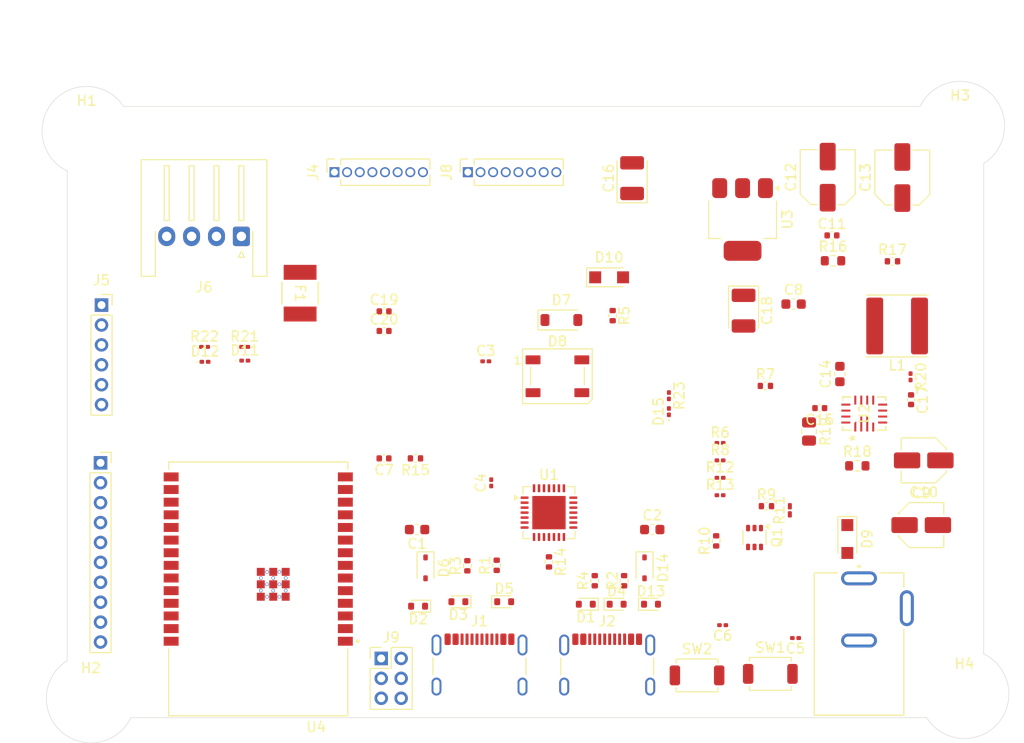
<source format=kicad_pcb>
(kicad_pcb (version 20241229) (generator "pcbnew") (generator_version "9.0")
  (layers (0 "F.Cu" signal) (2 "B.Cu" signal) (13 "F.Paste" user) (15 "B.Paste" user) (5 "F.SilkS" user "F.Silkscreen") (7 "B.SilkS" user "B.Silkscreen") (1 "F.Mask" user) (3 "B.Mask" user) (25 "Edge.Cuts" user))
  (net 0 "")
  (net 1 "GND")
  (net 2 "+5V")
  (net 3 "+3.3V")
  (net 4 "/GPIO9")
  (net 5 "/EN")
  (net 6 "/Barrel Jack/<NO NET>")
  (net 7 "/Barrel Jack/BST")
  (net 8 "/Barrel Jack/VIN")
  (net 9 "Net-(C10-Pad1)")
  (net 10 "/Barrel Jack/VOUT")
  (net 11 "Net-(U2-VCC)")
  (net 12 "Net-(U2-SS)")
  (net 13 "/Barrel Jack/BIAS")
  (net 14 "/IO13_DB_P")
  (net 15 "VBUS_A")
  (net 16 "/DA_P")
  (net 17 "/IO12_DB_N")
  (net 18 "/DA_N")
  (net 19 "/GPIO8")
  (net 20 "Net-(D7-A)")
  (net 21 "Net-(D8-DIN)")
  (net 23 "V_IN")
  (net 24 "VBUS")
  (net 25 "Net-(D11-K)")
  (net 26 "Net-(D12-K)")
  (net 27 "Net-(J6-Pin_2)")
  (net 28 "Net-(J1-CC2)")
  (net 29 "Net-(J1-CC1)")
  (net 30 "VBUS_B")
  (net 31 "Net-(J2-CC1)")
  (net 32 "Net-(J2-CC2)")
  (net 33 "/esp32-c6 Pinout/EN")
  (net 34 "VIN")
  (net 35 "/esp32-c6 Pinout/IO2")
  (net 36 "/esp32-c6 Pinout/IO1")
  (net 37 "/esp32-c6 Pinout/IO8")
  (net 38 "/esp32-c6 Pinout/IO9_BOOT")
  (net 39 "/esp32-c6 Pinout/IO0")
  (net 40 "/esp32-c6 Pinout/IO3")
  (net 41 "/esp32-c6 Pinout/IO7_SCL")
  (net 42 "/esp32-c6 Pinout/IO6_SDA")
  (net 43 "/esp32-c6 Pinout/IO22")
  (net 44 "/esp32-c6 Pinout/IO11")
  (net 45 "/esp32-c6 Pinout/IO21")
  (net 46 "/esp32-c6 Pinout/IO18")
  (net 47 "/esp32-c6 Pinout/IO20")
  (net 48 "/esp32-c6 Pinout/IO10")
  (net 49 "/esp32-c6 Pinout/IO19")
  (net 50 "/esp32-c6 Pinout/IO15")
  (net 51 "/esp32-c6 Pinout/UART_RX")
  (net 52 "/esp32-c6 Pinout/IO4_TMS")
  (net 53 "/esp32-c6 Pinout/IO13_DB_P")
  (net 54 "/esp32-c6 Pinout/IO12_DB_N")
  (net 55 "/esp32-c6 Pinout/IO5_TDI")
  (net 56 "/esp32-c6 Pinout/UART_TX")
  (net 57 "/esp32-c6 Pinout/IO6_TCK")
  (net 58 "/esp32-c6 Pinout/IO7_TD0")
  (net 59 "Net-(Q1A-B1)")
  (net 60 "Net-(Q1B-B2)")
  (net 61 "Net-(Q1A-C1)")
  (net 62 "/RTS")
  (net 63 "Net-(Q1A-E1)")
  (net 64 "Net-(Q1B-C2)")
  (net 65 "Net-(U1-~{RST})")
  (net 66 "/DTR")
  (net 67 "/CHIP_PU")
  (net 68 "Net-(U1-~{SUSPEND})")
  (net 69 "/Barrel Jack/EN")
  (net 70 "/Barrel Jack/FREQ")
  (net 74 "/D+_A")
  (net 85 "/D-_A")
  (net 86 "/UART_RX")
  (net 88 "/UART_TX")
  (net 93 "/esp32-c6 Pinout/IO23")
  (net 95 "Net-(D15-A)")
  (footprint "Capacitor_SMD:C_0402_1005Metric" (layer "F.Cu") (at 246.975 150.705 -90)
    (property "Reference" "C17" (at 0 -1.16 90) (layer "F.SilkS"))
    (property "Value" "1u")
    (pad "1" smd roundrect (at -0.48 0 270) (size 0.56 0.62) (layers "F.Cu" "F.Mask" "F.Paste") (net 13 "/Barrel Jack/BIAS"))
    (pad "2" smd roundrect (at 0.48 0 270) (size 0.56 0.62) (layers "F.Cu" "F.Mask" "F.Paste") (net 1 "GND"))
  )
  (footprint "Resistor_SMD:R_0201_0603Metric" (layer "F.Cu") (at 227.7875 155.05)
    (property "Reference" "R6" (at 0 -1.05 0) (layer "F.SilkS"))
    (property "Value" "0")
    (pad "1" smd roundrect (at -0.32 0) (size 0.46 0.4) (layers "F.Cu" "F.Mask") (net 21 "Net-(D8-DIN)"))
    (pad "2" smd roundrect (at 0.32 0) (size 0.46 0.4) (layers "F.Cu" "F.Mask") (net 20 "Net-(D7-A)"))
  )
  (footprint "Button_Switch_SMD:SW_SPST_TS-1088-xR020" (layer "F.Cu") (at 225.475 178.4)
    (property "Reference" "SW2" (at 0 -2.65 0) (layer "F.SilkS"))
    (property "Value" "SW_Push")
    (pad "1" smd roundrect (at -2.225 0) (size 1.05 2) (layers "F.Cu" "F.Mask" "F.Paste") (roundrect_rratio 0.2380952381) (net 1 "GND"))
    (pad "2" smd roundrect (at 2.225 0) (size 1.05 2) (layers "F.Cu" "F.Mask" "F.Paste") (roundrect_rratio 0.2380952381) (net 5 "/EN"))
  )
  (footprint "Resistor_SMD:R_0402_1005Metric" (layer "F.Cu") (at 197.19 156.6 180)
    (property "Reference" "R15" (at 0 -1.17 0) (layer "F.SilkS"))
    (property "Value" "10k")
    (pad "1" smd roundrect (at -0.51 0 180) (size 0.54 0.64) (layers "F.Cu" "F.Mask" "F.Paste") (net 3 "+3.3V"))
    (pad "2" smd roundrect (at 0.51 0 180) (size 0.54 0.64) (layers "F.Cu" "F.Mask" "F.Paste") (net 5 "/EN"))
  )
  (footprint "Resistor_SMD:R_0402_1005Metric" (layer "F.Cu") (at 202.4 167.39 90)
    (property "Reference" "R3" (at 0 -1.17 90) (layer "F.SilkS"))
    (property "Value" "5.1k")
    (pad "1" smd roundrect (at -0.51 0 90) (size 0.54 0.64) (layers "F.Cu" "F.Mask" "F.Paste") (net 29 "Net-(J1-CC1)"))
    (pad "2" smd roundrect (at 0.51 0 90) (size 0.54 0.64) (layers "F.Cu" "F.Mask" "F.Paste") (net 1 "GND"))
  )
  (footprint "Resistor_SMD:R_0201_0603Metric" (layer "F.Cu") (at 246.925 148.405 -90)
    (property "Reference" "R20" (at 0 -1.05 270) (layer "F.SilkS"))
    (property "Value" "10")
    (pad "1" smd roundrect (at -0.32 0 270) (size 0.46 0.4) (layers "F.Cu" "F.Mask") (net 2 "+5V"))
    (pad "2" smd roundrect (at 0.32 0 270) (size 0.46 0.4) (layers "F.Cu" "F.Mask") (net 13 "/Barrel Jack/BIAS"))
  )
  (footprint "Connector_USB:USB_C_Receptacle_GCT_USB4105-xx-A_16P_TopMnt_Horizontal" (layer "F.Cu") (at 216.45 178.45)
    (property "Reference" "J2" (at 0 -5.5 0) (layer "F.SilkS"))
    (property "Value" "USB_C_Receptacle_USB2.0_14P")
    (pad "" np_thru_hole circle (at -2.89 -2.605) (size 0.65 0.65) (drill 0.65) (layers "*.Cu" "*.Mask"))
    (pad "" np_thru_hole circle (at 2.89 -2.605) (size 0.65 0.65) (drill 0.65) (layers "*.Cu" "*.Mask"))
    (pad "A1" smd roundrect (at -3.2 -3.68) (size 0.6 1.15) (layers "F.Cu" "F.Mask" "F.Paste") (net 1 "GND"))
    (pad "A4" smd roundrect (at -2.4 -3.68) (size 0.6 1.15) (layers "F.Cu" "F.Mask" "F.Paste") (net 30 "VBUS_B"))
    (pad "A5" smd roundrect (at -1.25 -3.68) (size 0.3 1.15) (layers "F.Cu" "F.Mask" "F.Paste") (net 31 "Net-(J2-CC1)"))
    (pad "A6" smd roundrect (at -0.25 -3.68) (size 0.3 1.15) (layers "F.Cu" "F.Mask" "F.Paste") (net 14 "/IO13_DB_P"))
    (pad "A7" smd roundrect (at 0.25 -3.68) (size 0.3 1.15) (layers "F.Cu" "F.Mask" "F.Paste") (net 17 "/IO12_DB_N"))
    (pad "A8" smd roundrect (at 1.25 -3.68) (size 0.3 1.15) (layers "F.Cu" "F.Mask" "F.Paste"))
    (pad "A9" smd roundrect (at 2.4 -3.68) (size 0.6 1.15) (layers "F.Cu" "F.Mask" "F.Paste") (net 30 "VBUS_B"))
    (pad "A12" smd roundrect (at 3.2 -3.68) (size 0.6 1.15) (layers "F.Cu" "F.Mask" "F.Paste") (net 1 "GND"))
    (pad "B1" smd roundrect (at 3.2 -3.68) (size 0.6 1.15) (layers "F.Cu" "F.Mask" "F.Paste") (net 1 "GND"))
    (pad "B4" smd roundrect (at 2.4 -3.68) (size 0.6 1.15) (layers "F.Cu" "F.Mask" "F.Paste") (net 30 "VBUS_B"))
    (pad "B5" smd roundrect (at 1.75 -3.68) (size 0.3 1.15) (layers "F.Cu" "F.Mask" "F.Paste") (net 32 "Net-(J2-CC2)"))
    (pad "B6" smd roundrect (at 0.75 -3.68) (size 0.3 1.15) (layers "F.Cu" "F.Mask" "F.Paste") (net 14 "/IO13_DB_P"))
    (pad "B7" smd roundrect (at -0.75 -3.68) (size 0.3 1.15) (layers "F.Cu" "F.Mask" "F.Paste") (net 17 "/IO12_DB_N"))
    (pad "B8" smd roundrect (at -1.75 -3.68) (size 0.3 1.15) (layers "F.Cu" "F.Mask" "F.Paste"))
    (pad "B9" smd roundrect (at -2.4 -3.68) (size 0.6 1.15) (layers "F.Cu" "F.Mask" "F.Paste") (net 30 "VBUS_B"))
    (pad "B12" smd roundrect (at -3.2 -3.68) (size 0.6 1.15) (layers "F.Cu" "F.Mask" "F.Paste") (net 1 "GND"))
    (pad "S1" thru_hole oval (at -4.32 -3.105) (size 1 2.1) (drill oval 0.6 1.7) (property pad_prop_heatsink) (layers "*.Cu" "*.Mask" "F.Paste") (net 1 "GND"))
    (pad "S1" thru_hole oval (at -4.32 1.075) (size 1 1.8) (drill oval 0.6 1.4) (property pad_prop_heatsink) (layers "*.Cu" "*.Mask" "F.Paste") (net 1 "GND"))
    (pad "S1" thru_hole oval (at 4.32 -3.105) (size 1 2.1) (drill oval 0.6 1.7) (property pad_prop_heatsink) (layers "*.Cu" "*.Mask" "F.Paste") (net 1 "GND"))
    (pad "S1" thru_hole oval (at 4.32 1.075) (size 1 1.8) (drill oval 0.6 1.4) (property pad_prop_heatsink) (layers "*.Cu" "*.Mask" "F.Paste") (net 1 "GND"))
  )
  (footprint "Capacitor_SMD:C_Elec_4x5.4" (layer "F.Cu") (at 248.25 156.8 180)
    (property "Reference" "C10" (at 0 -3.2 0) (layer "F.SilkS"))
    (property "Value" "22u, 25V")
    (pad "1" smd roundrect (at -1.675 0 180) (size 2.65 1.6) (layers "F.Cu" "F.Mask" "F.Paste") (roundrect_rratio 0.15625) (net 9 "Net-(C10-Pad1)"))
    (pad "2" smd roundrect (at 1.675 0 180) (size 2.65 1.6) (layers "F.Cu" "F.Mask" "F.Paste") (roundrect_rratio 0.15625) (net 1 "GND"))
  )
  (footprint "uno-esp:TENSILITY_54-00166" (layer "F.Cu") (at 241.75 174.9)
    (property "Reference" "J3" (hide yes))
    (property "Value" "54-00166" (hide yes))
    (pad "A" thru_hole oval (at 0 -6.25) (size 3.6 1.4) (drill oval 3 0.8) (layers "*.Cu" "*.Mask") (net 23 "V_IN"))
    (pad "B" thru_hole oval (at 0 0) (size 3.6 1.4) (drill oval 3 0.8) (layers "*.Cu" "*.Mask") (net 1 "GND"))
    (pad "C" thru_hole oval (at 4.8 -3.25) (size 1.4 3.6) (drill oval 0.8 3) (layers "*.Cu" "*.Mask") (net 1 "GND"))
  )
  (footprint "Resistor_SMD:R_0201_0603Metric" (layer "F.Cu") (at 227.7875 156.8)
    (property "Reference" "R8" (at 0 -1.05 0) (layer "F.SilkS"))
    (property "Value" "0")
    (pad "1" smd roundrect (at -0.32 0) (size 0.46 0.4) (layers "F.Cu" "F.Mask") (net 4 "/GPIO9"))
    (pad "2" smd roundrect (at 0.32 0) (size 0.46 0.4) (layers "F.Cu" "F.Mask") (net 61 "Net-(Q1A-C1)"))
  )
  (footprint "Capacitor_SMD:C_0402_1005Metric" (layer "F.Cu") (at 237.805 151.55 180)
    (property "Reference" "C15" (at 0 -1.16 0) (layer "F.SilkS"))
    (property "Value" "4.7n")
    (pad "1" smd roundrect (at -0.48 0 180) (size 0.56 0.62) (layers "F.Cu" "F.Mask" "F.Paste") (net 12 "Net-(U2-SS)"))
    (pad "2" smd roundrect (at 0.48 0 180) (size 0.56 0.62) (layers "F.Cu" "F.Mask" "F.Paste") (net 1 "GND"))
  )
  (footprint "Resistor_SMD:R_0402_1005Metric" (layer "F.Cu") (at 217 142.26 -90)
    (property "Reference" "R5" (at 0 -1.17 90) (layer "F.SilkS"))
    (property "Value" "10k")
    (pad "1" smd roundrect (at -0.51 0 270) (size 0.54 0.64) (layers "F.Cu" "F.Mask" "F.Paste") (net 2 "+5V"))
    (pad "2" smd roundrect (at 0.51 0 270) (size 0.54 0.64) (layers "F.Cu" "F.Mask" "F.Paste") (net 20 "Net-(D7-A)"))
  )
  (footprint "Resistor_SMD:R_0201_0603Metric" (layer "F.Cu") (at 222.65 150.305 -90)
    (property "Reference" "R23" (at 0 -1.05 90) (layer "F.SilkS"))
    (property "Value" "5.1k")
    (pad "1" smd roundrect (at -0.32 0 270) (size 0.46 0.4) (layers "F.Cu" "F.Mask") (net 3 "+3.3V"))
    (pad "2" smd roundrect (at 0.32 0 270) (size 0.46 0.4) (layers "F.Cu" "F.Mask") (net 95 "Net-(D15-A)"))
  )
  (footprint "Resistor_SMD:R_0805_2012Metric" (layer "F.Cu") (at 236.725 153.9 -90)
    (property "Reference" "R19" (at 0 -1.65 90) (layer "F.SilkS"))
    (property "Value" "169k")
    (pad "1" smd roundrect (at -0.9125 0 270) (size 1.025 1.4) (layers "F.Cu" "F.Mask" "F.Paste") (roundrect_rratio 0.243902) (net 70 "/Barrel Jack/FREQ"))
    (pad "2" smd roundrect (at 0.9125 0 270) (size 1.025 1.4) (layers "F.Cu" "F.Mask" "F.Paste") (roundrect_rratio 0.243902) (net 1 "GND"))
  )
  (footprint "Diode_SMD:Nexperia_CFP3_SOD-123W" (layer "F.Cu") (at 216.6425 138.41)
    (property "Reference" "D10" (at 0 -2 0) (layer "F.SilkS"))
    (property "Value" "PMEG6020AELR")
    (pad "1" smd rect (at -1.4 0) (size 1.2 1.2) (layers "F.Cu" "F.Mask" "F.Paste") (net 2 "+5V"))
    (pad "2" smd rect (at 1.4 0) (size 1.2 1.2) (layers "F.Cu" "F.Mask" "F.Paste") (net 24 "VBUS"))
  )
  (footprint "Connector_PinHeader_2.00mm:PinHeader_2x03_P2.00mm_Vertical" (layer "F.Cu") (at 193.75 176.7)
    (property "Reference" "J9" (at 1 -2.11 0) (layer "F.SilkS"))
    (property "Value" "Conn_02x03_Counter_Clockwise")
    (pad "1" thru_hole rect (at 0 0) (size 1.35 1.35) (drill 0.8) (layers "*.Cu" "*.Mask") (net 52 "/esp32-c6 Pinout/IO4_TMS"))
    (pad "2" thru_hole circle (at 2 0) (size 1.35 1.35) (drill 0.8) (layers "*.Cu" "*.Mask") (net 55 "/esp32-c6 Pinout/IO5_TDI"))
    (pad "3" thru_hole circle (at 0 2) (size 1.35 1.35) (drill 0.8) (layers "*.Cu" "*.Mask") (net 58 "/esp32-c6 Pinout/IO7_TD0"))
    (pad "4" thru_hole circle (at 2 2) (size 1.35 1.35) (drill 0.8) (layers "*.Cu" "*.Mask") (net 57 "/esp32-c6 Pinout/IO6_TCK"))
    (pad "5" thru_hole circle (at 0 4) (size 1.35 1.35) (drill 0.8) (layers "*.Cu" "*.Mask") (net 38 "/esp32-c6 Pinout/IO9_BOOT"))
    (pad "6" thru_hole circle (at 2 4) (size 1.35 1.35) (drill 0.8) (layers "*.Cu" "*.Mask") (net 1 "GND"))
  )
  (footprint "Capacitor_SMD:C_0402_1005Metric" (layer "F.Cu") (at 239.03 134.2)
    (property "Reference" "C11" (at 0 -1.16 0) (layer "F.SilkS"))
    (property "Value" "10p")
    (pad "1" smd roundrect (at -0.48 0) (size 0.56 0.62) (layers "F.Cu" "F.Mask" "F.Paste") (net 2 "+5V"))
    (pad "2" smd roundrect (at 0.48 0) (size 0.56 0.62) (layers "F.Cu" "F.Mask" "F.Paste") (net 10 "/Barrel Jack/VOUT"))
  )
  (footprint "Capacitor_SMD:C_0603_1608Metric" (layer "F.Cu") (at 220.975 163.75)
    (property "Reference" "C2" (at 0 -1.43 0) (layer "F.SilkS"))
    (property "Value" "10u/25V")
    (pad "1" smd roundrect (at -0.775 0) (size 0.9 0.95) (layers "F.Cu" "F.Mask" "F.Paste") (net 2 "+5V"))
    (pad "2" smd roundrect (at 0.775 0) (size 0.9 0.95) (layers "F.Cu" "F.Mask" "F.Paste") (net 1 "GND"))
  )
  (footprint "Capacitor_SMD:C_0201_0603Metric" (layer "F.Cu") (at 204.8 159.055 90)
    (property "Reference" "C4" (at 0 -1.05 90) (layer "F.SilkS"))
    (property "Value" "0.1u")
    (pad "1" smd roundrect (at -0.32 0 90) (size 0.46 0.4) (layers "F.Cu" "F.Mask") (net 3 "+3.3V"))
    (pad "2" smd roundrect (at 0.32 0 90) (size 0.46 0.4) (layers "F.Cu" "F.Mask") (net 1 "GND"))
  )
  (footprint "Capacitor_SMD:C_Elec_5x5.8" (layer "F.Cu") (at 246.1 128.3875 90)
    (property "Reference" "C13" (at 0 -3.7 90) (layer "F.SilkS"))
    (property "Value" "22u")
    (pad "1" smd roundrect (at -2.0625 0 90) (size 2.775 1.6) (layers "F.Cu" "F.Mask" "F.Paste") (roundrect_rratio 0.15625) (net 2 "+5V"))
    (pad "2" smd roundrect (at 2.0625 0 90) (size 2.775 1.6) (layers "F.Cu" "F.Mask" "F.Paste") (roundrect_rratio 0.15625) (net 1 "GND"))
  )
  (footprint "Diode_SMD:D_SOD-523" (layer "F.Cu") (at 214.3 171.25 180)
    (property "Reference" "D1" (at 0 -1.3 0) (layer "F.SilkS"))
    (property "Value" "ESD5Zxx")
    (pad "1" smd roundrect (at -0.7 0) (size 0.6 0.7) (layers "F.Cu" "F.Mask" "F.Paste") (net 14 "/IO13_DB_P"))
    (pad "2" smd roundrect (at 0.7 0) (size 0.6 0.7) (layers "F.Cu" "F.Mask" "F.Paste") (net 1 "GND"))
  )
  (footprint "Diode_SMD:D_SOD-523" (layer "F.Cu") (at 206.1 171)
    (property "Reference" "D5" (at 0 -1.3 0) (layer "F.SilkS"))
    (property "Value" "ESD5Zxx")
    (pad "1" smd roundrect (at -0.7 0 180) (size 0.6 0.7) (layers "F.Cu" "F.Mask" "F.Paste") (net 18 "/DA_N"))
    (pad "2" smd roundrect (at 0.7 0 180) (size 0.6 0.7) (layers "F.Cu" "F.Mask" "F.Paste") (net 1 "GND"))
  )
  (footprint "LED_SMD:LED_0201_0603Metric" (layer "F.Cu") (at 222.65 151.905 90)
    (property "Reference" "D15" (at 0 -1.05 90) (layer "F.SilkS"))
    (property "Value" "LED")
    (pad "1" smd roundrect (at -0.32 0 90) (size 0.46 0.4) (layers "F.Cu" "F.Mask") (net 1 "GND"))
    (pad "2" smd roundrect (at 0.32 0 90) (size 0.46 0.4) (layers "F.Cu" "F.Mask") (net 95 "Net-(D15-A)"))
  )
  (footprint "Resistor_SMD:R_0402_1005Metric" (layer "F.Cu") (at 210.6 167 -90)
    (property "Reference" "R14" (at 0 -1.17 90) (layer "F.SilkS"))
    (property "Value" "10k")
    (pad "1" smd roundrect (at -0.51 0 270) (size 0.54 0.64) (layers "F.Cu" "F.Mask" "F.Paste") (net 68 "Net-(U1-~{SUSPEND})"))
    (pad "2" smd roundrect (at 0.51 0 270) (size 0.54 0.64) (layers "F.Cu" "F.Mask" "F.Paste") (net 1 "GND"))
  )
  (footprint "Capacitor_SMD:C_0201_0603Metric" (layer "F.Cu") (at 235.37 174.65 180)
    (property "Reference" "C5" (at 0 -1.05 0) (layer "F.SilkS"))
    (property "Value" "0.1u")
    (pad "1" smd roundrect (at -0.32 0 180) (size 0.46 0.4) (layers "F.Cu" "F.Mask") (net 1 "GND"))
    (pad "2" smd roundrect (at 0.32 0 180) (size 0.46 0.4) (layers "F.Cu" "F.Mask") (net 4 "/GPIO9"))
  )
  (footprint "Connector_PinSocket_2.00mm:PinSocket_1x06_P2.00mm_Vertical" (layer "F.Cu") (at 165.65 141.2)
    (property "Reference" "J5" (at 0 -2.5 0) (layer "F.SilkS"))
    (property "Value" "Conn_01x06_Socket")
    (pad "1" thru_hole rect (at 0 0) (size 1.35 1.35) (drill 0.8) (layers "*.Cu" "*.Mask") (net 39 "/esp32-c6 Pinout/IO0"))
    (pad "2" thru_hole circle (at 0 2) (size 1.35 1.35) (drill 0.8) (layers "*.Cu" "*.Mask") (net 36 "/esp32-c6 Pinout/IO1"))
    (pad "3" thru_hole circle (at 0 4) (size 1.35 1.35) (drill 0.8) (layers "*.Cu" "*.Mask") (net 35 "/esp32-c6 Pinout/IO2"))
    (pad "4" thru_hole circle (at 0 6) (size 1.35 1.35) (drill 0.8) (layers "*.Cu" "*.Mask") (net 40 "/esp32-c6 Pinout/IO3"))
    (pad "5" thru_hole circle (at 0 8) (size 1.35 1.35) (drill 0.8) (layers "*.Cu" "*.Mask") (net 37 "/esp32-c6 Pinout/IO8"))
    (pad "6" thru_hole circle (at 0 10) (size 1.35 1.35) (drill 0.8) (layers "*.Cu" "*.Mask") (net 38 "/esp32-c6 Pinout/IO9_BOOT"))
  )
  (footprint "Diode_SMD:D_SOD-523" (layer "F.Cu") (at 197.45 171.45 180)
    (property "Reference" "D2" (at 0 -1.3 0) (layer "F.SilkS"))
    (property "Value" "ESD5Zxx")
    (pad "1" smd roundrect (at -0.7 0) (size 0.6 0.7) (layers "F.Cu" "F.Mask" "F.Paste") (net 15 "VBUS_A"))
    (pad "2" smd roundrect (at 0.7 0) (size 0.6 0.7) (layers "F.Cu" "F.Mask" "F.Paste") (net 1 "GND"))
  )
  (footprint "MountingHole:MountingHole_2.1mm" (layer "F.Cu") (at 164.145632 123.70745)
    (property "Reference" "H1" (at 0 -3.05 0) (layer "F.SilkS"))
    (property "Value" "MountingHole")
    (pad "" np_thru_hole circle (at 0 0) (size 2.1 2.1) (drill 2.1) (layers "*.Cu" "*.Mask"))
  )
  (footprint "Connector_USB:USB_C_Receptacle_GCT_USB4105-xx-A_16P_TopMnt_Horizontal" (layer "F.Cu") (at 203.62 178.45)
    (property "Reference" "J1" (at 0 -5.5 0) (layer "F.SilkS"))
    (property "Value" "USB_C_Receptacle_USB2.0_14P")
    (pad "" np_thru_hole circle (at -2.89 -2.605) (size 0.65 0.65) (drill 0.65) (layers "*.Cu" "*.Mask"))
    (pad "" np_thru_hole circle (at 2.89 -2.605) (size 0.65 0.65) (drill 0.65) (layers "*.Cu" "*.Mask"))
    (pad "A1" smd roundrect (at -3.2 -3.68) (size 0.6 1.15) (layers "F.Cu" "F.Mask" "F.Paste") (net 1 "GND"))
    (pad "A4" smd roundrect (at -2.4 -3.68) (size 0.6 1.15) (layers "F.Cu" "F.Mask" "F.Paste") (net 15 "VBUS_A"))
    (pad "A5" smd roundrect (at -1.25 -3.68) (size 0.3 1.15) (layers "F.Cu" "F.Mask" "F.Paste") (net 29 "Net-(J1-CC1)"))
    (pad "A6" smd roundrect (at -0.25 -3.68) (size 0.3 1.15) (layers "F.Cu" "F.Mask" "F.Paste") (net 16 "/DA_P"))
    (pad "A7" smd roundrect (at 0.25 -3.68) (size 0.3 1.15) (layers "F.Cu" "F.Mask" "F.Paste") (net 18 "/DA_N"))
    (pad "A8" smd roundrect (at 1.25 -3.68) (size 0.3 1.15) (layers "F.Cu" "F.Mask" "F.Paste"))
    (pad "A9" smd roundrect (at 2.4 -3.68) (size 0.6 1.15) (layers "F.Cu" "F.Mask" "F.Paste") (net 15 "VBUS_A"))
    (pad "A12" smd roundrect (at 3.2 -3.68) (size 0.6 1.15) (layers "F.Cu" "F.Mask" "F.Paste") (net 1 "GND"))
    (pad "B1" smd roundrect (at 3.2 -3.68) (size 0.6 1.15) (layers "F.Cu" "F.Mask" "F.Paste") (net 1 "GND"))
    (pad "B4" smd roundrect (at 2.4 -3.68) (size 0.6 1.15) (layers "F.Cu" "F.Mask" "F.Paste") (net 15 "VBUS_A"))
    (pad "B5" smd roundrect (at 1.75 -3.68) (size 0.3 1.15) (layers "F.Cu" "F.Mask" "F.Paste") (net 28 "Net-(J1-CC2)"))
    (pad "B6" smd roundrect (at 0.75 -3.68) (size 0.3 1.15) (layers "F.Cu" "F.Mask" "F.Paste") (net 16 "/DA_P"))
    (pad "B7" smd roundrect (at -0.75 -3.68) (size 0.3 1.15) (layers "F.Cu" "F.Mask" "F.Paste") (net 18 "/DA_N"))
    (pad "B8" smd roundrect (at -1.75 -3.68) (size 0.3 1.15) (layers "F.Cu" "F.Mask" "F.Paste"))
    (pad "B9" smd roundrect (at -2.4 -3.68) (size 0.6 1.15) (layers "F.Cu" "F.Mask" "F.Paste") (net 15 "VBUS_A"))
    (pad "B12" smd roundrect (at -3.2 -3.68) (size 0.6 1.15) (layers "F.Cu" "F.Mask" "F.Paste") (net 1 "GND"))
    (pad "S1" thru_hole oval (at -4.32 -3.105) (size 1 2.1) (drill oval 0.6 1.7) (property pad_prop_heatsink) (layers "*.Cu" "*.Mask" "F.Paste") (net 1 "GND"))
    (pad "S1" thru_hole oval (at -4.32 1.075) (size 1 1.8) (drill oval 0.6 1.4) (property pad_prop_heatsink) (layers "*.Cu" "*.Mask" "F.Paste") (net 1 "GND"))
    (pad "S1" thru_hole oval (at 4.32 -3.105) (size 1 2.1) (drill oval 0.6 1.7) (property pad_prop_heatsink) (layers "*.Cu" "*.Mask" "F.Paste") (net 1 "GND"))
    (pad "S1" thru_hole oval (at 4.32 1.075) (size 1 1.8) (drill oval 0.6 1.4) (property pad_prop_heatsink) (layers "*.Cu" "*.Mask" "F.Paste") (net 1 "GND"))
  )
  (footprint "Resistor_SMD:R_0201_0603Metric_Pad0.64x0.40mm_HandSolder" (layer "F.Cu") (at 234.8 161.8175 90)
    (property "Reference" "R11" (at 0 -1.05 90) (layer "F.SilkS"))
    (property "Value" "10k")
    (pad "1" smd roundrect (at -0.4075 0 90) (size 0.635 0.4) (layers "F.Cu" "F.Mask") (net 1 "GND"))
    (pad "2" smd roundrect (at 0.4075 0 90) (size 0.635 0.4) (layers "F.Cu" "F.Mask") (net 66 "/DTR"))
  )
  (footprint "Capacitor_Tantalum_SMD:CP_EIA-3528-12_Kemet-T" (layer "F.Cu") (at 218.95 128.45 90)
    (property "Reference" "C16" (at 0 -2.35 90) (layer "F.SilkS"))
    (property "Value" "10u")
    (pad "1" smd roundrect (at -1.54 0 90) (size 1.34 2.39) (layers "F.Cu" "F.Mask" "F.Paste") (roundrect_rratio 0.186567) (net 2 "+5V"))
    (pad "2" smd roundrect (at 1.54 0 90) (size 1.34 2.39) (layers "F.Cu" "F.Mask" "F.Paste") (roundrect_rratio 0.186567) (net 1 "GND"))
  )
  (footprint "Resistor_SMD:R_0603_1608Metric" (layer "F.Cu") (at 239.135 136.75)
    (property "Reference" "R16" (at 0 -1.43 0) (layer "F.SilkS"))
    (property "Value" "68.1k")
    (pad "1" smd roundrect (at -0.825 0) (size 0.8 0.95) (layers "F.Cu" "F.Mask" "F.Paste") (net 2 "+5V"))
    (pad "2" smd roundrect (at 0.825 0) (size 0.8 0.95) (layers "F.Cu" "F.Mask" "F.Paste") (net 10 "/Barrel Jack/VOUT"))
  )
  (footprint "Resistor_SMD:R_0402_1005Metric" (layer "F.Cu") (at 218.15 168.89 90)
    (property "Reference" "R2" (at 0 -1.17 90) (layer "F.SilkS"))
    (property "Value" "5.1k")
    (pad "1" smd roundrect (at -0.51 0 90) (size 0.54 0.64) (layers "F.Cu" "F.Mask" "F.Paste") (net 32 "Net-(J2-CC2)"))
    (pad "2" smd roundrect (at 0.51 0 90) (size 0.54 0.64) (layers "F.Cu" "F.Mask" "F.Paste") (net 1 "GND"))
  )
  (footprint "Resistor_SMD:R_0201_0603Metric" (layer "F.Cu") (at 227.7875 158.55)
    (property "Reference" "R12" (at 0 -1.05 0) (layer "F.SilkS"))
    (property "Value" "0")
    (pad "1" smd roundrect (at -0.32 0) (size 0.46 0.4) (layers "F.Cu" "F.Mask") (net 60 "Net-(Q1B-B2)"))
    (pad "2" smd roundrect (at 0.32 0) (size 0.46 0.4) (layers "F.Cu" "F.Mask") (net 1 "GND"))
  )
  (footprint "Resistor_SMD:R_0402_1005Metric" (layer "F.Cu") (at 215.2 168.89 90)
    (property "Reference" "R4" (at 0 -1.17 90) (layer "F.SilkS"))
    (property "Value" "5.1k")
    (pad "1" smd roundrect (at -0.51 0 90) (size 0.54 0.64) (layers "F.Cu" "F.Mask" "F.Paste") (net 31 "Net-(J2-CC1)"))
    (pad "2" smd roundrect (at 0.51 0 90) (size 0.54 0.64) (layers "F.Cu" "F.Mask" "F.Paste") (net 1 "GND"))
  )
  (footprint "Capacitor_SMD:C_Elec_4x5.4" (layer "F.Cu") (at 248 163.3)
    (property "Reference" "C9" (at 0 -3.2 0) (layer "F.SilkS"))
    (property "Value" "22u, 25V")
    (pad "1" smd roundrect (at -1.675 0) (size 2.65 1.6) (layers "F.Cu" "F.Mask" "F.Paste") (roundrect_rratio 0.15625) (net 8 "/Barrel Jack/VIN"))
    (pad "2" smd roundrect (at 1.675 0) (size 2.65 1.6) (layers "F.Cu" "F.Mask" "F.Paste") (roundrect_rratio 0.15625) (net 9 "Net-(C10-Pad1)"))
  )
  (footprint "MountingHole:MountingHole_2.1mm" (layer "F.Cu") (at 252.337624 180.277687)
    (property "Reference" "H4" (at 0 -3.05 0) (layer "F.SilkS"))
    (property "Value" "MountingHole" (hide yes))
    (pad "" np_thru_hole circle (at 0 0) (size 2.1 2.1) (drill 2.1) (layers "*.Cu" "*.Mask"))
  )
  (footprint "Package_DFN_QFN:QFN-28-1EP_5x5mm_P0.5mm_EP3.35x3.35mm" (layer "F.Cu") (at 210.6 162.05)
    (property "Reference" "U1" (at 0 -3.8 0) (layer "F.SilkS"))
    (property "Value" "CP2102N-Axx-xQFN28")
    (pad "1" smd roundrect (at -2.45 -1.5) (size 0.8 0.25) (layers "F.Cu" "F.Mask" "F.Paste"))
    (pad "2" smd roundrect (at -2.45 -1) (size 0.8 0.25) (layers "F.Cu" "F.Mask" "F.Paste"))
    (pad "3" smd roundrect (at -2.45 -0.5) (size 0.8 0.25) (layers "F.Cu" "F.Mask" "F.Paste") (net 1 "GND"))
    (pad "4" smd roundrect (at -2.45 0) (size 0.8 0.25) (layers "F.Cu" "F.Mask" "F.Paste") (net 74 "/D+_A"))
    (pad "5" smd roundrect (at -2.45 0.5) (size 0.8 0.25) (layers "F.Cu" "F.Mask" "F.Paste") (net 85 "/D-_A"))
    (pad "6" smd roundrect (at -2.45 1) (size 0.8 0.25) (layers "F.Cu" "F.Mask" "F.Paste") (net 3 "+3.3V"))
    (pad "7" smd roundrect (at -2.45 1.5) (size 0.8 0.25) (layers "F.Cu" "F.Mask" "F.Paste") (net 3 "+3.3V"))
    (pad "8" smd roundrect (at -1.5 2.45) (size 0.25 0.8) (layers "F.Cu" "F.Mask" "F.Paste") (net 15 "VBUS_A"))
    (pad "9" smd roundrect (at -1 2.45) (size 0.25 0.8) (layers "F.Cu" "F.Mask" "F.Paste") (net 65 "Net-(U1-~{RST})"))
    (pad "10" smd roundrect (at -0.5 2.45) (size 0.25 0.8) (layers "F.Cu" "F.Mask" "F.Paste"))
    (pad "11" smd roundrect (at 0 2.45) (size 0.25 0.8) (layers "F.Cu" "F.Mask" "F.Paste") (net 68 "Net-(U1-~{SUSPEND})"))
    (pad "12" smd roundrect (at 0.5 2.45) (size 0.25 0.8) (layers "F.Cu" "F.Mask" "F.Paste"))
    (pad "13" smd roundrect (at 1 2.45) (size 0.25 0.8) (layers "F.Cu" "F.Mask" "F.Paste"))
    (pad "14" smd roundrect (at 1.5 2.45) (size 0.25 0.8) (layers "F.Cu" "F.Mask" "F.Paste"))
    (pad "15" smd roundrect (at 2.45 1.5) (size 0.8 0.25) (layers "F.Cu" "F.Mask" "F.Paste"))
    (pad "16" smd roundrect (at 2.45 1) (size 0.8 0.25) (layers "F.Cu" "F.Mask" "F.Paste"))
    (pad "17" smd roundrect (at 2.45 0.5) (size 0.8 0.25) (layers "F.Cu" "F.Mask" "F.Paste"))
    (pad "18" smd roundrect (at 2.45 0) (size 0.8 0.25) (layers "F.Cu" "F.Mask" "F.Paste"))
    (pad "19" smd roundrect (at 2.45 -0.5) (size 0.8 0.25) (layers "F.Cu" "F.Mask" "F.Paste"))
    (pad "20" smd roundrect (at 2.45 -1) (size 0.8 0.25) (layers "F.Cu" "F.Mask" "F.Paste"))
    (pad "21" smd roundrect (at 2.45 -1.5) (size 0.8 0.25) (layers "F.Cu" "F.Mask" "F.Paste"))
    (pad "22" smd roundrect (at 1.5 -2.45) (size 0.25 0.8) (layers "F.Cu" "F.Mask" "F.Paste"))
    (pad "23" smd roundrect (at 1 -2.45) (size 0.25 0.8) (layers "F.Cu" "F.Mask" "F.Paste"))
    (pad "24" smd roundrect (at 0.5 -2.45) (size 0.25 0.8) (layers "F.Cu" "F.Mask" "F.Paste") (net 62 "/RTS"))
    (pad "25" smd roundrect (at 0 -2.45) (size 0.25 0.8) (layers "F.Cu" "F.Mask" "F.Paste") (net 86 "/UART_RX"))
    (pad "26" smd roundrect (at -0.5 -2.45) (size 0.25 0.8) (layers "F.Cu" "F.Mask" "F.Paste") (net 88 "/UART_TX"))
    (pad "27" smd roundrect (at -1 -2.45) (size 0.25 0.8) (layers "F.Cu" "F.Mask" "F.Paste"))
    (pad "28" smd roundrect (at -1.5 -2.45) (size 0.25 0.8) (layers "F.Cu" "F.Mask" "F.Paste") (net 66 "/DTR"))
    (pad "29" smd rect (at 0 0) (size 3.35 3.35) (property pad_prop_heatsink) (layers "F.Cu" "F.Mask") (net 1 "GND"))
  )
  (footprint "Capacitor_SMD:C_0603_1608Metric" (layer "F.Cu") (at 197.35 163.75 180)
    (property "Reference" "C1" (at 0 -1.43 0) (layer "F.SilkS"))
    (property "Value" "10u/25V")
    (pad "1" smd roundrect (at -0.775 0 180) (size 0.9 0.95) (layers "F.Cu" "F.Mask" "F.Paste") (net 2 "+5V"))
    (pad "2" smd roundrect (at 0.775 0 180) (size 0.9 0.95) (layers "F.Cu" "F.Mask" "F.Paste") (net 1 "GND"))
  )
  (footprint "Resistor_SMD:R_0402_1005Metric" (layer "F.Cu") (at 232.45 161.4)
    (property "Reference" "R9" (at 0 -1.17 0) (layer "F.SilkS"))
    (property "Value" "10k")
    (pad "1" smd roundrect (at -0.51 0) (size 0.54 0.64) (layers "F.Cu" "F.Mask" "F.Paste") (net 63 "Net-(Q1A-E1)"))
    (pad "2" smd roundrect (at 0.51 0) (size 0.54 0.64) (layers "F.Cu" "F.Mask" "F.Paste") (net 66 "/DTR"))
  )
  (footprint "uno-esp:XCVR_ESP32-C6-WROOM-1-N8" (layer "F.Cu") (at 181.395 169.71 180)
    (property "Reference" "U4" (at -5.825 -13.885 0) (layer "F.SilkS"))
    (property "Value" "ESP32-C6-WROOM-1-N8")
    (pad "1" smd rect (at -8.75 -5.26 180) (size 1.5 0.9) (layers "F.Cu" "F.Mask" "F.Paste") (net 1 "GND"))
    (pad "2" smd rect (at -8.75 -3.99 180) (size 1.5 0.9) (layers "F.Cu" "F.Mask" "F.Paste") (net 3 "+3.3V"))
    (pad "3" smd rect (at -8.75 -2.72 180) (size 1.5 0.9) (layers "F.Cu" "F.Mask" "F.Paste") (net 33 "/esp32-c6 Pinout/EN"))
    (pad "4" smd rect (at -8.75 -1.45 180) (size 1.5 0.9) (layers "F.Cu" "F.Mask" "F.Paste") (net 52 "/esp32-c6 Pinout/IO4_TMS"))
    (pad "5" smd rect (at -8.75 -0.18 180) (size 1.5 0.9) (layers "F.Cu" "F.Mask" "F.Paste") (net 55 "/esp32-c6 Pinout/IO5_TDI"))
    (pad "6" smd rect (at -8.75 1.09 180) (size 1.5 0.9) (layers "F.Cu" "F.Mask" "F.Paste") (net 42 "/esp32-c6 Pinout/IO6_SDA"))
    (pad "7" smd rect (at -8.75 2.36 180) (size 1.5 0.9) (layers "F.Cu" "F.Mask" "F.Paste") (net 41 "/esp32-c6 Pinout/IO7_SCL"))
    (pad "8" smd rect (at -8.75 3.63 180) (size 1.5 0.9) (layers "F.Cu" "F.Mask" "F.Paste") (net 39 "/esp32-c6 Pinout/IO0"))
    (pad "9" smd rect (at -8.75 4.9 180) (size 1.5 0.9) (layers "F.Cu" "F.Mask" "F.Paste") (net 36 "/esp32-c6 Pinout/IO1"))
    (pad "10" smd rect (at -8.75 6.17 180) (size 1.5 0.9) (layers "F.Cu" "F.Mask" "F.Paste") (net 37 "/esp32-c6 Pinout/IO8"))
    (pad "11" smd rect (at -8.75 7.44 180) (size 1.5 0.9) (layers "F.Cu" "F.Mask" "F.Paste") (net 48 "/esp32-c6 Pinout/IO10"))
    (pad "12" smd rect (at -8.75 8.71 180) (size 1.5 0.9) (layers "F.Cu" "F.Mask" "F.Paste") (net 44 "/esp32-c6 Pinout/IO11"))
    (pad "13" smd rect (at -8.75 9.98 180) (size 1.5 0.9) (layers "F.Cu" "F.Mask" "F.Paste") (net 54 "/esp32-c6 Pinout/IO12_DB_N"))
    (pad "14" smd rect (at -8.75 11.25 180) (size 1.5 0.9) (layers "F.Cu" "F.Mask" "F.Paste") (net 53 "/esp32-c6 Pinout/IO13_DB_P"))
    (pad "15" smd rect (at 8.75 11.25 180) (size 1.5 0.9) (layers "F.Cu" "F.Mask" "F.Paste") (net 38 "/esp32-c6 Pinout/IO9_BOOT"))
    (pad "16" smd rect (at 8.75 9.98 180) (size 1.5 0.9) (layers "F.Cu" "F.Mask" "F.Paste") (net 46 "/esp32-c6 Pinout/IO18"))
    (pad "17" smd rect (at 8.75 8.71 180) (size 1.5 0.9) (layers "F.Cu" "F.Mask" "F.Paste") (net 49 "/esp32-c6 Pinout/IO19"))
    (pad "18" smd rect (at 8.75 7.44 180) (size 1.5 0.9) (layers "F.Cu" "F.Mask" "F.Paste") (net 47 "/esp32-c6 Pinout/IO20"))
    (pad "19" smd rect (at 8.75 6.17 180) (size 1.5 0.9) (layers "F.Cu" "F.Mask" "F.Paste") (net 45 "/esp32-c6 Pinout/IO21"))
    (pad "20" smd rect (at 8.75 4.9 180) (size 1.5 0.9) (layers "F.Cu" "F.Mask" "F.Paste") (net 43 "/esp32-c6 Pinout/IO22"))
    (pad "21" smd rect (at 8.75 3.63 180) (size 1.5 0.9) (layers "F.Cu" "F.Mask" "F.Paste") (net 93 "/esp32-c6 Pinout/IO23"))
    (pad "22" smd rect (at 8.75 2.36 180) (size 1.5 0.9) (layers "F.Cu" "F.Mask" "F.Paste"))
    (pad "23" smd rect (at 8.75 1.09 180) (size 1.5 0.9) (layers "F.Cu" "F.Mask" "F.Paste") (net 50 "/esp32-c6 Pinout/IO15"))
    (pad "24" smd rect (at 8.75 -0.18 180) (size 1.5 0.9) (layers "F.Cu" "F.Mask" "F.Paste") (net 56 "/esp32-c6 Pinout/UART_TX"))
    (pad "25" smd rect (at 8.75 -1.45 180) (size 1.5 0.9) (layers "F.Cu" "F.Mask" "F.Paste") (net 51 "/esp32-c6 Pinout/UART_RX"))
    (pad "26" smd rect (at 8.75 -2.72 180) (size 1.5 0.9) (layers "F.Cu" "F.Mask" "F.Paste") (net 40 "/esp32-c6 Pinout/IO3"))
    (pad "27" smd rect (at 8.75 -3.99 180) (size 1.5 0.9) (layers "F.Cu" "F.Mask" "F.Paste") (net 35 "/esp32-c6 Pinout/IO2"))
    (pad "28" smd rect (at 8.75 -5.26 180) (size 1.5 0.9) (layers "F.Cu" "F.Mask" "F.Paste") (net 1 "GND"))
    (pad "29_1" smd rect (at -2.755 -0.79 180) (size 0.8 0.8) (layers "F.Cu" "F.Mask" "F.Paste") (net 1 "GND"))
    (pad "29_2" smd rect (at -1.505 -0.79 180) (size 0.8 0.8) (layers "F.Cu" "F.Mask" "F.Paste") (net 1 "GND"))
    (pad "29_3" smd rect (at -0.255 -0.79 180) (size 0.8 0.8) (layers "F.Cu" "F.Mask" "F.Paste") (net 1 "GND"))
    (pad "29_4" smd rect (at -2.755 0.46 180) (size 0.8 0.8) (layers "F.Cu" "F.Mask" "F.Paste") (net 1 "GND"))
    (pad "29_5" smd rect (at -1.505 0.46 180) (size 0.8 0.8) (layers "F.Cu" "F.Mask" "F.Paste") (net 1 "GND"))
    (pad "29_6" smd rect (at -0.255 0.46 180) (size 0.8 0.8) (layers "F.Cu" "F.Mask" "F.Paste") (net 1 "GND"))
    (pad "29_7" smd rect (at -2.755 1.71 180) (size 0.8 0.8) (layers "F.Cu" "F.Mask" "F.Paste") (net 1 "GND"))
    (pad "29_8" smd rect (at -1.505 1.71 180) (size 0.8 0.8) (layers "F.Cu" "F.Mask" "F.Paste") (net 1 "GND"))
    (pad "29_9" smd rect (at -0.255 1.71 180) (size 0.8 0.8) (layers "F.Cu" "F.Mask" "F.Paste") (net 1 "GND"))
    (pad "30_1" thru_hole circle (at -2.13 -0.79 180) (size 0.35 0.35) (drill 0.25) (layers "*.Cu"))
    (pad "30_2" thru_hole circle (at -0.88 -0.79 180) (size 0.35 0.35) (drill 0.25) (layers "*.Cu"))
    (pad "30_3" thru_hole circle (at -2.755 -0.165 180) (size 0.35 0.35) (drill 0.25) (layers "*.Cu"))
    (pad "30_4" thru_hole circle (at -1.505 -0.165 180) (size 0.35 0.35) (drill 0.25) (layers "*.Cu"))
    (pad "30_5" thru_hole circle (at -0.255 -0.165 180) (size 0.35 0.35) (drill 0.25) (layers "*.Cu"))
    (pad "30_6" thru_hole circle (at -2.13 0.46 180) (size 0.35 0.35) (drill 0.25) (layers "*.Cu"))
    (pad "30_7" thru_hole circle (at -0.88 0.46 180) (size 0.35 0.35) (drill 0.25) (layers "*.Cu"))
    (pad "30_8" thru_hole circle (at -2.755 1.085 180) (size 0.35 0.35) (drill 0.25) (layers "*.Cu"))
    (pad "30_9" thru_hole circle (at -1.505 1.085 180) (size 0.35 0.35) (drill 0.25) (layers "*.Cu"))
    (pad "30_10" thru_hole circle (at -0.255 1.085 180) (size 0.35 0.35) (drill 0.25) (layers "*.Cu"))
    (pad "30_11" thru_hole circle (at -2.13 1.71 180) (size 0.35 0.35) (drill 0.25) (layers "*.Cu"))
    (pad "30_12" thru_hole circle (at -0.88 1.71 180) (size 0.35 0.35) (drill 0.25) (layers "*.Cu"))
  )
  (footprint "LED_SMD:LED_0201_0603Metric" (layer "F.Cu") (at 180.045 146.78)
    (property "Reference" "D11" (at 0 -1.05 0) (layer "F.SilkS"))
    (property "Value" "LED")
    (pad "1" smd roundrect (at -0.32 0) (size 0.46 0.4) (layers "F.Cu" "F.Mask") (net 25 "Net-(D11-K)"))
    (pad "2" smd roundrect (at 0.32 0) (size 0.46 0.4) (layers "F.Cu" "F.Mask") (net 3 "+3.3V"))
  )
  (footprint "Resistor_SMD:R_0402_1005Metric" (layer "F.Cu") (at 205.35 167.34 90)
    (property "Reference" "R1" (at 0 -1.17 90) (layer "F.SilkS"))
    (property "Value" "5.1k")
    (pad "1" smd roundrect (at -0.51 0 90) (size 0.54 0.64) (layers "F.Cu" "F.Mask" "F.Paste") (net 28 "Net-(J1-CC2)"))
    (pad "2" smd roundrect (at 0.51 0 90) (size 0.54 0.64) (layers "F.Cu" "F.Mask" "F.Paste") (net 1 "GND"))
  )
  (footprint "Diode_SMD:Nexperia_CFP3_SOD-123W" (layer "F.Cu") (at 240.575 164.7 -90)
    (property "Reference" "D9" (at 0 -2 90) (layer "F.SilkS"))
    (property "Value" "PMEG6020AELR")
    (pad "1" smd rect (at -1.4 0 270) (size 1.2 1.2) (layers "F.Cu" "F.Mask" "F.Paste") (net 8 "/Barrel Jack/VIN"))
    (pad "2" smd rect (at 1.4 0 270) (size 1.2 1.2) (layers "F.Cu" "F.Mask" "F.Paste") (net 23 "V_IN"))
  )
  (footprint "LED_SMD:LED_0201_0603Metric" (layer "F.Cu") (at 176.045 146.9)
    (property "Reference" "D12" (at 0 -1.05 0) (layer "F.SilkS"))
    (property "Value" "LED")
    (pad "1" smd roundrect (at -0.32 0) (size 0.46 0.4) (layers "F.Cu" "F.Mask") (net 26 "Net-(D12-K)"))
    (pad "2" smd roundrect (at 0.32 0) (size 0.46 0.4) (layers "F.Cu" "F.Mask") (net 3 "+3.3V"))
  )
  (footprint "Package_TO_SOT_SMD:SOT-363_SC-70-6" (layer "F.Cu") (at 231.25 164.55 -90)
    (property "Reference" "Q1" (at 0 -2.25 90) (layer "F.SilkS"))
    (property "Value" "BC847BDW1")
    (pad "1" smd roundrect (at -0.95 -0.65 270) (size 0.65 0.4) (layers "F.Cu" "F.Mask" "F.Paste") (net 63 "Net-(Q1A-E1)"))
    (pad "2" smd roundrect (at -0.95 0 270) (size 0.65 0.4) (layers "F.Cu" "F.Mask" "F.Paste") (net 59 "Net-(Q1A-B1)"))
    (pad "3" smd roundrect (at -0.95 0.65 270) (size 0.65 0.4) (layers "F.Cu" "F.Mask" "F.Paste") (net 64 "Net-(Q1B-C2)"))
    (pad "4" smd roundrect (at 0.95 0.65 270) (size 0.65 0.4) (layers "F.Cu" "F.Mask" "F.Paste") (net 62 "/RTS"))
    (pad "5" smd roundrect (at 0.95 0 270) (size 0.65 0.4) (layers "F.Cu" "F.Mask" "F.Paste") (net 60 "Net-(Q1B-B2)"))
    (pad "6" smd roundrect (at 0.95 -0.65 270) (size 0.65 0.4) (layers "F.Cu" "F.Mask" "F.Paste") (net 61 "Net-(Q1A-C1)"))
  )
  (footprint "Capacitor_SMD:C_0402_1005Metric" (layer "F.Cu") (at 194.03 156.6 180)
    (property "Reference" "C7" (at 0 -1.16 0) (layer "F.SilkS"))
    (property "Value" "1u")
    (pad "1" smd roundrect (at -0.48 0 180) (size 0.56 0.62) (layers "F.Cu" "F.Mask" "F.Paste") (net 5 "/EN"))
    (pad "2" smd roundrect (at 0.48 0 180) (size 0.56 0.62) (layers "F.Cu" "F.Mask" "F.Paste") (net 1 "GND"))
  )
  (footprint "Resistor_SMD:R_0201_0603Metric" (layer "F.Cu") (at 227.7875 160.3)
    (property "Reference" "R13" (at 0 -1.05 0) (layer "F.SilkS"))
    (property "Value" "0")
    (pad "1" smd roundrect (at -0.32 0) (size 0.46 0.4) (layers "F.Cu" "F.Mask") (net 67 "/CHIP_PU"))
    (pad "2" smd roundrect (at 0.32 0) (size 0.46 0.4) (layers "F.Cu" "F.Mask") (net 64 "Net-(Q1B-C2)"))
  )
  (footprint "MountingHole:MountingHole_2.1mm" (layer "F.Cu") (at 251.901564 123.191649)
    (property "Reference" "H3" (at 0 -3.05 0) (layer "F.SilkS"))
    (property "Value" "MountingHole")
    (pad "" np_thru_hole circle (at 0 0) (size 2.1 2.1) (drill 2.1) (layers "*.Cu" "*.Mask"))
  )
  (footprint "Diode_SMD:D_SOD-523" (layer "F.Cu") (at 201.5 171 180)
    (property "Reference" "D3" (at 0 -1.3 0) (layer "F.SilkS"))
    (property "Value" "ESD5Zxx" (hide yes))
    (pad "1" smd roundrect (at -0.7 0) (size 0.6 0.7) (layers "F.Cu" "F.Mask" "F.Paste") (net 16 "/DA_P"))
    (pad "2" smd roundrect (at 0.7 0) (size 0.6 0.7) (layers "F.Cu" "F.Mask" "F.Paste") (net 1 "GND"))
  )
  (footprint "Resistor_SMD:R_0603_1608Metric" (layer "F.Cu") (at 241.575 157.35)
    (property "Reference" "R18" (at 0 -1.43 0) (layer "F.SilkS"))
    (property "Value" "100k")
    (pad "1" smd roundrect (at -0.825 0) (size 0.8 0.95) (layers "F.Cu" "F.Mask" "F.Paste") (net 8 "/Barrel Jack/VIN"))
    (pad "2" smd roundrect (at 0.825 0) (size 0.8 0.95) (layers "F.Cu" "F.Mask" "F.Paste") (net 69 "/Barrel Jack/EN"))
  )
  (footprint "Connector_PinSocket_1.27mm:PinSocket_1x08_P1.27mm_Vertical" (layer "F.Cu") (at 189.05 127.85 90)
    (property "Reference" "J4" (at 0 -2.135 90) (layer "F.SilkS"))
    (property "Value" "Conn_01x08_Socket")
    (pad "1" thru_hole rect (at 0 0 90) (size 1 1) (drill 0.7) (layers "*.Cu" "*.Mask") (net 1 "GND"))
    (pad "2" thru_hole circle (at 0 1.27 90) (size 1 1) (drill 0.7) (layers "*.Cu" "*.Mask") (net 2 "+5V"))
    (pad "3" thru_hole circle (at 0 2.54 90) (size 1 1) (drill 0.7) (layers "*.Cu" "*.Mask") (net 33 "/esp32-c6 Pinout/EN"))
    (pad "4" thru_hole circle (at 0 3.81 90) (size 1 1) (drill 0.7) (layers "*.Cu" "*.Mask") (net 3 "+3.3V"))
    (pad "5" thru_hole circle (at 0 5.08 90) (size 1 1) (drill 0.7) (layers "*.Cu" "*.Mask") (net 2 "+5V"))
    (pad "6" thru_hole circle (at 0 6.35 90) (size 1 1) (drill 0.7) (layers "*.Cu" "*.Mask") (net 1 "GND"))
    (pad "7" thru_hole circle (at 0 7.62 90) (size 1 1) (drill 0.7) (layers "*.Cu" "*.Mask") (net 1 "GND"))
    (pad "8" thru_hole circle (at 0 8.89 90) (size 1 1) (drill 0.7) (layers "*.Cu" "*.Mask") (net 34 "VIN"))
  )
  (footprint "Diode_SMD:D_SOD-523" (layer "F.Cu") (at 220.85 171.25)
    (property "Reference" "D13" (at 0 -1.3 0) (layer "F.SilkS"))
    (property "Value" "ESD5Zxx")
    (pad "1" smd roundrect (at -0.7 0 180) (size 0.6 0.7) (layers "F.Cu" "F.Mask" "F.Paste") (net 30 "VBUS_B"))
    (pad "2" smd roundrect (at 0.7 0 180) (size 0.6 0.7) (layers "F.Cu" "F.Mask" "F.Paste") (net 1 "GND"))
  )
  (footprint "Connector_PinSocket_2.00mm:PinSocket_1x10_P2.00mm_Vertical" (layer "F.Cu") (at 165.55 157.05)
    (property "Reference" "J7" (hide yes))
    (property "Value" "Conn_01x10_Socket")
    (pad "1" thru_hole rect (at 0 0) (size 1.35 1.35) (drill 0.8) (layers "*.Cu" "*.Mask") (net 2 "+5V"))
    (pad "2" thru_hole circle (at 0 2) (size 1.35 1.35) (drill 0.8) (layers "*.Cu" "*.Mask") (net 1 "GND"))
    (pad "3" thru_hole circle (at 0 4) (size 1.35 1.35) (drill 0.8) (layers "*.Cu" "*.Mask") (net 48 "/esp32-c6 Pinout/IO10"))
    (pad "4" thru_hole circle (at 0 6) (size 1.35 1.35) (drill 0.8) (layers "*.Cu" "*.Mask") (net 44 "/esp32-c6 Pinout/IO11"))
    (pad "5" thru_hole circle (at 0 8) (size 1.35 1.35) (drill 0.8) (layers "*.Cu" "*.Mask") (net 50 "/esp32-c6 Pinout/IO15"))
    (pad "6" thru_hole circle (at 0 10) (size 1.35 1.35) (drill 0.8) (layers "*.Cu" "*.Mask") (net 46 "/esp32-c6 Pinout/IO18"))
    (pad "7" thru_hole circle (at 0 12) (size 1.35 1.35) (drill 0.8) (layers "*.Cu" "*.Mask") (net 49 "/esp32-c6 Pinout/IO19"))
    (pad "8" thru_hole circle (at 0 14) (size 1.35 1.35) (drill 0.8) (layers "*.Cu" "*.Mask") (net 47 "/esp32-c6 Pinout/IO20"))
    (pad "9" thru_hole circle (at 0 16) (size 1.35 1.35) (drill 0.8) (layers "*.Cu" "*.Mask") (net 45 "/esp32-c6 Pinout/IO21"))
    (pad "10" thru_hole circle (at 0 18) (size 1.35 1.35) (drill 0.8) (layers "*.Cu" "*.Mask") (net 43 "/esp32-c6 Pinout/IO22"))
  )
  (footprint "Capacitor_SMD:C_Elec_5x5.8" (layer "F.Cu") (at 238.6 128.35 90)
    (property "Reference" "C12" (at 0 -3.7 90) (layer "F.SilkS"))
    (property "Value" "22u")
    (pad "1" smd roundrect (at -2.0625 0 90) (size 2.775 1.6) (layers "F.Cu" "F.Mask" "F.Paste") (roundrect_rratio 0.15625) (net 2 "+5V"))
    (pad "2" smd roundrect (at 2.0625 0 90) (size 2.775 1.6) (layers "F.Cu" "F.Mask" "F.Paste") (roundrect_rratio 0.15625) (net 1 "GND"))
  )
  (footprint "Resistor_SMD:R_0402_1005Metric" (layer "F.Cu") (at 227.4 164.89 90)
    (property "Reference" "R10" (at 0 -1.17 90) (layer "F.SilkS"))
    (property "Value" "10k")
    (pad "1" smd roundrect (at -0.51 0 90) (size 0.54 0.64) (layers "F.Cu" "F.Mask" "F.Paste") (net 62 "/RTS"))
    (pad "2" smd roundrect (at 0.51 0 90) (size 0.54 0.64) (layers "F.Cu" "F.Mask" "F.Paste") (net 59 "Net-(Q1A-B1)"))
  )
  (footprint "Diode_SMD:D_SOD-523" (layer "F.Cu") (at 217.4 171.25)
    (property "Reference" "D4" (at 0 -1.3 0) (layer "F.SilkS"))
    (property "Value" "ESD5Zxx")
    (pad "1" smd roundrect (at -0.7 0 180) (size 0.6 0.7) (layers "F.Cu" "F.Mask" "F.Paste") (net 17 "/IO12_DB_N"))
    (pad "2" smd roundrect (at 0.7 0 180) (size 0.6 0.7) (layers "F.Cu" "F.Mask" "F.Paste") (net 1 "GND"))
  )
  (footprint "Resistor_SMD:R_0402_1005Metric" (layer "F.Cu") (at 245.11 136.8)
    (property "Reference" "R17" (at 0 -1.17 0) (layer "F.SilkS"))
    (property "Value" "13k")
    (pad "1" smd roundrect (at -0.51 0) (size 0.54 0.64) (layers "F.Cu" "F.Mask" "F.Paste") (net 10 "/Barrel Jack/VOUT"))
    (pad "2" smd roundrect (at 0.51 0) (size 0.54 0.64) (layers "F.Cu" "F.Mask" "F.Paste") (net 1 "GND"))
  )
  (footprint "Diode_SMD:D_SOD-123" (layer "F.Cu") (at 211.85 142.7)
    (property "Reference" "D7" (at 0 -2 0) (layer "F.SilkS"))
    (property "Value" "1N4148W")
    (pad "1" smd roundrect (at -1.65 0) (size 0.9 1.2) (layers "F.Cu" "F.Mask" "F.Paste") (net 19 "/GPIO8"))
    (pad "2" smd roundrect (at 1.65 0) (size 0.9 1.2) (layers "F.Cu" "F.Mask" "F.Paste") (net 20 "Net-(D7-A)"))
  )
  (footprint "Capacitor_SMD:C_0201_0603Metric" (layer "F.Cu") (at 228.05 173.355 180)
    (property "Reference" "C6" (at 0 -1.05 0) (layer "F.SilkS"))
    (property "Value" "0.1u")
    (pad "1" smd roundrect (at -0.32 0 180) (size 0.46 0.4) (layers "F.Cu" "F.Mask") (net 1 "GND"))
    (pad "2" smd roundrect (at 0.32 0 180) (size 0.46 0.4) (layers "F.Cu" "F.Mask") (net 5 "/EN"))
  )
  (footprint "Capacitor_Tantalum_SMD:CP_EIA-3528-12_Kemet-T" (layer "F.Cu") (at 230.15 141.76 -90)
    (property "Reference" "C18" (at 0 -2.35 90) (layer "F.SilkS"))
    (property "Value" "10u")
    (pad "1" smd roundrect (at -1.54 0 270) (size 1.34 2.39) (layers "F.Cu" "F.Mask" "F.Paste") (roundrect_rratio 0.186567) (net 3 "+3.3V"))
    (pad "2" smd roundrect (at 1.54 0 270) (size 1.34 2.39) (layers "F.Cu" "F.Mask" "F.Paste") (roundrect_rratio 0.186567) (net 1 "GND"))
  )
  (footprint "Connector_JST:JST_XH_S4B-XH-A-1_1x04_P2.50mm_Horizontal" (layer "F.Cu") (at 179.7 134.3 180)
    (property "Reference" "J6" (at 3.75 -5.1 0) (layer "F.SilkS"))
    (property "Value" "Conn_01x04")
    (pad "1" thru_hole roundrect (at 0 0 180) (size 1.7 1.95) (drill 0.95) (layers "*.Cu" "*.Mask") (roundrect_rratio 0.147059) (net 1 "GND"))
    (pad "2" thru_hole oval (at 2.5 0 180) (size 1.7 1.95) (drill 0.95) (layers "*.Cu" "*.Mask") (net 27 "Net-(J6-Pin_2)"))
    (pad "3" thru_hole oval (at 5 0 180) (size 1.7 1.95) (drill 0.95) (layers "*.Cu" "*.Mask") (net 42 "/esp32-c6 Pinout/IO6_SDA"))
    (pad "4" thru_hole oval (at 7.5 0 180) (size 1.7 1.95) (drill 0.95) (layers "*.Cu" "*.Mask") (net 41 "/esp32-c6 Pinout/IO7_SCL"))
  )
  (footprint "uno-esp:FUSE_F050-2" (layer "F.Cu") (at 185.6 140.0045 -90)
    (property "Reference" "F1" (at 0 0 270) (layer "F.SilkS"))
    (property "Value" "Polyfuse")
    (pad "1" smd rect (at -2.0955 0 270) (size 1.4986 3.302) (layers "F.Cu" "F.Mask" "F.Paste") (net 27 "Net-(J6-Pin_2)"))
    (pad "2" smd rect (at 2.0955 0 270) (size 1.4986 3.302) (layers "F.Cu" "F.Mask" "F.Paste") (net 3 "+3.3V"))
  )
  (footprint "Capacitor_SMD:C_0603_1608Metric" (layer "F.Cu") (at 239.825 148.125 90)
    (property "Reference" "C14" (at 0 -1.43 90) (layer "F.SilkS"))
    (property "Value" "1u")
    (pad "1" smd roundrect (at -0.775 0 90) (size 0.9 0.95) (layers "F.Cu" "F.Mask" "F.Paste") (net 11 "Net-(U2-VCC)"))
    (pad "2" smd roundrect (at 0.775 0 90) (size 0.9 0.95) (layers "F.Cu" "F.Mask" "F.Paste") (net 1 "GND"))
  )
  (footprint "Package_TO_SOT_SMD:SOT-223-3_TabPin2" (layer "F.Cu") (at 230.05 132.6 -90)
    (property "Reference" "U3" (at 0 -4.5 90) (layer "F.SilkS"))
    (property "Value" "NCP1117-3.3_SOT223")
    (pad "1" smd roundrect (at -3.15 -2.3 270) (size 2 1.5) (layers "F.Cu" "F.Mask" "F.Paste") (net 1 "GND"))
    (pad "2" smd roundrect (at -3.15 0 270) (size 2 1.5) (layers "F.Cu" "F.Mask" "F.Paste") (net 3 "+3.3V"))
    (pad "2" smd roundrect (at 3.15 0 270) (size 2 3.8) (layers "F.Cu" "F.Mask" "F.Paste") (net 3 "+3.3V"))
    (pad "3" smd roundrect (at -3.15 2.3 270) (size 2 1.5) (layers "F.Cu" "F.Mask" "F.Paste") (net 2 "+5V"))
  )
  (footprint "Resistor_SMD:R_0201_0603Metric" (layer "F.Cu") (at 180.03 145.4)
    (property "Reference" "R21" (at 0 -1.05 0) (layer "F.SilkS"))
    (property "Value" "330")
    (pad "1" smd roundrect (at -0.32 0) (size 0.46 0.4) (layers "F.Cu" "F.Mask") (net 25 "Net-(D11-K)"))
    (pad "2" smd roundrect (at 0.32 0) (size 0.46 0.4) (layers "F.Cu" "F.Mask") (net 56 "/esp32-c6 Pinout/UART_TX"))
  )
  (footprint "Capacitor_SMD:C_0402_1005Metric" (layer "F.Cu") (at 194.0375 143.8)
    (property "Reference" "C20" (at 0 -1.16 0) (layer "F.SilkS"))
    (property "Value" "10u")
    (pad "1" smd roundrect (at -0.48 0) (size 0.56 0.62) (layers "F.Cu" "F.Mask" "F.Paste") (net 3 "+3.3V"))
    (pad "2" smd roundrect (at 0.48 0) (size 0.56 0.62) (layers "F.Cu" "F.Mask" "F.Paste") (net 1 "GND"))
  )
  (footprint "Capacitor_SMD:C_0201_0603Metric" (layer "F.Cu") (at 204.255 146.85)
    (property "Reference" "C3" (at 0 -1.05 0) (layer "F.SilkS"))
    (property "Value" "4.7u")
    (pad "1" smd roundrect (at -0.32 0) (size 0.46 0.4) (layers "F.Cu" "F.Mask") (net 3 "+3.3V"))
    (pad "2" smd roundrect (at 0.32 0) (size 0.46 0.4) (layers "F.Cu" "F.Mask") (net 1 "GND"))
  )
  (footprint "LED_SMD:LED_WS2812B_PLCC4_5.0x5.0mm_P3.2mm" (layer "F.Cu") (at 211.45 148.35)
    (property "Reference" "D8" (at 0 -3.5 0) (layer "F.SilkS"))
    (property "Value" "WS2812B")
    (fp_text user "1" (at -4 -1.6 0) (layer "F.SilkS") (effects (font (size 0.8 0.8))))
    (pad "1" smd roundrect (at -2.45 -1.65) (size 1.5 0.9) (layers "F.Cu" "F.Mask" "F.Paste") (roundrect_rratio 0.1) (net 2 "+5V"))
    (pad "2" smd roundrect (at -2.45 1.65) (size 1.5 0.9) (layers "F.Cu" "F.Mask" "F.Paste") (roundrect_rratio 0.1))
    (pad "3" smd roundrect (at 2.45 1.65) (size 1.5 0.9) (layers "F.Cu" "F.Mask" "F.Paste") (roundrect_rratio 0.1) (net 1 "GND"))
    (pad "4" smd roundrect (at 2.45 -1.65) (size 1.5 0.9) (layers "F.Cu" "F.Mask" "F.Paste") (roundrect_rratio 0.1) (net 21 "Net-(D8-DIN)"))
  )
  (footprint "MountingHole:MountingHole_2.1mm" (layer "F.Cu") (at 164.575247 180.707228)
    (property "Reference" "H2" (at 0 -3.05 0) (layer "F.SilkS"))
    (property "Value" "MountingHole")
    (pad "" np_thru_hole circle (at 0 0) (size 2.1 2.1) (drill 2.1) (layers "*.Cu" "*.Mask"))
  )
  (footprint "Resistor_SMD:R_0201_0603Metric" (layer "F.Cu") (at 176 145.4)
    (property "Reference" "R22" (at 0 -1.05 0) (layer "F.SilkS"))
    (property "Value" "330")
    (pad "1" smd roundrect (at -0.32 0) (size 0.46 0.4) (layers "F.Cu" "F.Mask") (net 26 "Net-(D12-K)"))
    (pad "2" smd roundrect (at 0.32 0) (size 0.46 0.4) (layers "F.Cu" "F.Mask") (net 51 "/esp32-c6 Pinout/UART_RX"))
  )
  (footprint "Resistor_SMD:R_0402_1005Metric" (layer "F.Cu") (at 232.3425 149.32)
    (property "Reference" "R7" (at 0 -1.17 0) (layer "F.SilkS"))
    (property "Value" "1k")
    (pad "1" smd roundrect (at -0.51 0) (size 0.54 0.64) (layers "F.Cu" "F.Mask" "F.Paste") (net 3 "+3.3V"))
    (pad "2" smd roundrect (at 0.51 0) (size 0.54 0.64) (layers "F.Cu" "F.Mask" "F.Paste") (net 65 "Net-(U1-~{RST})"))
  )
  (footprint "Button_Switch_SMD:SW_SPST_TS-1088-xR020" (layer "F.Cu") (at 232.8375 178.25)
    (property "Reference" "SW1" (at 0 -2.65 0) (layer "F.SilkS"))
    (property "Value" "SW_Push")
    (pad "1" smd roundrect (at -2.225 0) (size 1.05 2) (layers "F.Cu" "F.Mask" "F.Paste") (roundrect_rratio 0.2380952381) (net 1 "GND"))
    (pad "2" smd roundrect (at 2.225 0) (size 1.05 2) (layers "F.Cu" "F.Mask" "F.Paste") (roundrect_rratio 0.2380952381) (net 4 "/GPIO9"))
  )
  (footprint "Diode_SMD:D_SOD-323" (layer "F.Cu") (at 198.2 167.6 -90)
    (property "Reference" "D6" (at 0 -1.85 90) (layer "F.SilkS"))
    (property "Value" "1N5819WS")
    (pad "1" smd roundrect (at -1.05 0 270) (size 0.6 0.45) (layers "F.Cu" "F.Mask" "F.Paste") (net 2 "+5V"))
    (pad "2" smd roundrect (at 1.05 0 270) (size 0.6 0.45) (layers "F.Cu" "F.Mask" "F.Paste") (net 15 "VBUS_A"))
  )
  (footprint "Capacitor_SMD:C_0603_1608Metric" (layer "F.Cu") (at 235.175 141.1)
    (property "Reference" "C8" (at 0 -1.43 0) (layer "F.SilkS"))
    (property "Value" "0.1u")
    (pad "1" smd roundrect (at -0.775 0) (size 0.9 0.95) (layers "F.Cu" "F.Mask" "F.Paste") (net 7 "/Barrel Jack/BST"))
    (pad "2" smd roundrect (at 0.775 0) (size 0.9 0.95) (layers "F.Cu" "F.Mask" "F.Paste") (net 6 "/Barrel Jack/<NO NET>"))
  )
  (footprint "Inductor_SMD:L_Changjiang_FNR6045S" (layer "F.Cu") (at 245.575 143.3 180)
    (property "Reference" "L1" (at 0 -3.95 0) (layer "F.SilkS"))
    (property "Value" "10u")
    (pad "1" smd roundrect (at -2.25 0 180) (size 1.7 5.7) (layers "F.Cu" "F.Mask" "F.Paste") (roundrect_rratio 0.147059) (net 6 "/Barrel Jack/<NO NET>"))
    (pad "2" smd roundrect (at 2.25 0 180) (size 1.7 5.7) (layers "F.Cu" "F.Mask" "F.Paste") (roundrect_rratio 0.147059) (net 2 "+5V"))
  )
  (footprint "Connector_PinSocket_1.27mm:PinSocket_1x08_P1.27mm_Vertical" (layer "F.Cu") (at 202.45 127.85 90)
    (property "Reference" "J8" (at 0 -2.135 90) (layer "F.SilkS"))
    (property "Value" "Conn_01x08_Socket")
    (pad "1" thru_hole rect (at 0 0 90) (size 1 1) (drill 0.7) (layers "*.Cu" "*.Mask") (net 53 "/esp32-c6 Pinout/IO13_DB_P"))
    (pad "2" thru_hole circle (at 0 1.27 90) (size 1 1) (drill 0.7) (layers "*.Cu" "*.Mask") (net 54 "/esp32-c6 Pinout/IO12_DB_N"))
    (pad "3" thru_hole circle (at 0 2.54 90) (size 1 1) (drill 0.7) (layers "*.Cu" "*.Mask") (net 52 "/esp32-c6 Pinout/IO4_TMS"))
    (pad "4" thru_hole circle (at 0 3.81 90) (size 1 1) (drill 0.7) (layers "*.Cu" "*.Mask") (net 55 "/esp32-c6 Pinout/IO5_TDI"))
    (pad "5" thru_hole circle (at 0 5.08 90) (size 1 1) (drill 0.7) (layers "*.Cu" "*.Mask") (net 42 "/esp32-c6 Pinout/IO6_SDA"))
    (pad "6" thru_hole circle (at 0 6.35 90) (size 1 1) (drill 0.7) (layers "*.Cu" "*.Mask") (net 41 "/esp32-c6 Pinout/IO7_SCL"))
    (pad "7" thru_hole circle (at 0 7.62 90) (size 1 1) (drill 0.7) (layers "*.Cu" "*.Mask") (net 56 "/esp32-c6 Pinout/UART_TX"))
    (pad "8" thru_hole circle (at 0 8.89 90) (size 1 1) (drill 0.7) (layers "*.Cu" "*.Mask") (net 51 "/esp32-c6 Pinout/UART_RX"))
  )
  (footprint "uno-esp:QFN-16_MPQ9841" (layer "F.Cu") (at 242.275001 152.099999 90)
    (property "Reference" "U2" (at 0 0 90) (layer "F.SilkS"))
    (property "Value" "MPQ9841GLE-5-AEC1-Z")
    (fp_poly (pts (xy -1.8 -1.000001) (xy -1.8 -0.800001) (xy -0.8 -0.800001) (xy -0.8 -0.850001) (xy -0.95 -1.000001)) (fill yes) (layer "F.Cu"))
    (fp_text user "*" (at -2.485 -0.9 90) (layer "F.SilkS"))
    (fp_text user "*" (at -2.485 -0.9 90) (layer "F.SilkS"))
    (pad "1" smd rect (at -1.3 -0.900001 90) (size 0.127 0.127) (layers "F.Cu" "F.Mask" "F.Paste") (net 1 "GND"))
    (pad "2" smd rect (at -1.05 -0.299999 90) (size 1.5 0.2) (layers "F.Cu" "F.Mask" "F.Paste") (net 8 "/Barrel Jack/VIN"))
    (pad "3" smd rect (at -1.05 0.299999 90) (size 1.5 0.2) (layers "F.Cu" "F.Mask" "F.Paste") (net 6 "/Barrel Jack/<NO NET>"))
    (pad "4" smd rect (at -1.35 0.900001 90) (size 0.9 0.2) (layers "F.Cu" "F.Mask" "F.Paste") (net 1 "GND"))
    (pad "5" smd rect (at -0.900001 1.849999 180) (size 0.9 0.2) (layers "F.Cu" "F.Mask" "F.Paste") (net 69 "/Barrel Jack/EN"))
    (pad "6" smd rect (at -0.299999 1.849999 180) (size 0.9 0.2) (layers "F.Cu" "F.Mask" "F.Paste"))
    (pad "7" smd rect (at 0.299999 1.849999 180) (size 0.9 0.2) (layers "F.Cu" "F.Mask" "F.Paste"))
    (pad "8" smd rect (at 0.900001 1.849999 180) (size 0.9 0.2) (layers "F.Cu" "F.Mask" "F.Paste") (net 13 "/Barrel Jack/BIAS"))
    (pad "9" smd rect (at 1.35 0.900001 90) (size 0.9 0.2) (layers "F.Cu" "F.Mask" "F.Paste") (net 1 "GND"))
    (pad "10" smd rect (at 1.35 0.299999 90) (size 0.9 0.2) (layers "F.Cu" "F.Mask" "F.Paste") (net 6 "/Barrel Jack/<NO NET>"))
    (pad "11" smd rect (at 1.35 -0.299999 90) (size 0.9 0.2) (layers "F.Cu" "F.Mask" "F.Paste") (net 7 "/Barrel Jack/BST"))
    (pad "12" smd rect (at 1.35 -0.900001 90) (size 0.9 0.2) (layers "F.Cu" "F.Mask" "F.Paste") (net 11 "Net-(U2-VCC)"))
    (pad "13" smd rect (at 0.900001 -1.849999 180) (size 0.9 0.2) (layers "F.Cu" "F.Mask" "F.Paste") (net 1 "GND"))
    (pad "14" smd rect (at 0.299999 -1.849999 180) (size 0.9 0.2) (layers "F.Cu" "F.Mask" "F.Paste") (net 12 "Net-(U2-SS)"))
    (pad "15" smd rect (at -0.299999 -1.849999 180) (size 0.9 0.2) (layers "F.Cu" "F.Mask" "F.Paste") (net 10 "/Barrel Jack/VOUT"))
    (pad "16" smd rect (at -0.900001 -1.849999 180) (size 0.9 0.2) (layers "F.Cu" "F.Mask" "F.Paste") (net 70 "/Barrel Jack/FREQ"))
  )
  (footprint "Diode_SMD:D_SOD-323" (layer "F.Cu") (at 220.2 167.6 -90)
    (property "Reference" "D14" (at 0 -1.85 90) (layer "F.SilkS"))
    (property "Value" "1N5819WS")
    (pad "1" smd roundrect (at -1.05 0 270) (size 0.6 0.45) (layers "F.Cu" "F.Mask" "F.Paste") (net 2 "+5V"))
    (pad "2" smd roundrect (at 1.05 0 270) (size 0.6 0.45) (layers "F.Cu" "F.Mask" "F.Paste") (net 30 "VBUS_B"))
  )
  (footprint "Capacitor_SMD:C_0402_1005Metric" (layer "F.Cu") (at 194.0375 141.83)
    (property "Reference" "C19" (at 0 -1.16 0) (layer "F.SilkS"))
    (property "Value" "0.1u")
    (pad "1" smd roundrect (at -0.48 0) (size 0.56 0.62) (layers "F.Cu" "F.Mask" "F.Paste") (net 3 "+3.3V"))
    (pad "2" smd roundrect (at 0.48 0) (size 0.56 0.62) (layers "F.Cu" "F.Mask" "F.Paste") (net 1 "GND"))
  )
  (gr_arc (start 162.203984 127.732202) (mid 160.78315 120.764264) (end 167.877866 121.25) (stroke (width 0.05)) (layer "Edge.Cuts"))
  (gr_line (start 162.203983 127.732203) (end 162.203983 176.91953) (stroke (width 0.05)) (layer "Edge.Cuts"))
  (gr_arc (start 247.876811 121.25) (mid 254.883126 119.863147) (end 254.272754 126.979273) (stroke (width 0.05)) (layer "Edge.Cuts"))
  (gr_line (start 168.6 182.648877) (end 248.55 182.648877) (stroke (width 0.05)) (layer "Edge.Cuts"))
  (gr_arc (start 254.279273 176.252934) (mid 255.666126 183.259249) (end 248.55 182.648877) (stroke (width 0.05)) (layer "Edge.Cuts"))
  (gr_line (start 254.272754 126.979259) (end 254.272754 176.252934) (stroke (width 0.05)) (layer "Edge.Cuts"))
  (gr_arc (start 168.6 182.648877) (mid 161.593685 184.03573) (end 162.204057 176.919604) (stroke (width 0.05)) (layer "Edge.Cuts"))
  (gr_line (start 167.877902 121.25) (end 247.876811 121.25) (stroke (width 0.05)) (layer "Edge.Cuts"))
)
</source>
